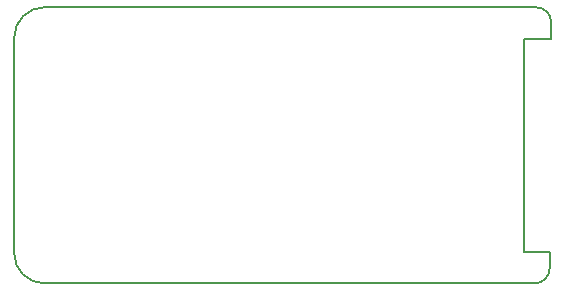
<source format=gbr>
G04 #@! TF.GenerationSoftware,KiCad,Pcbnew,(5.1.4)-1*
G04 #@! TF.CreationDate,2019-11-22T21:00:24+08:00*
G04 #@! TF.ProjectId,vllink_lite.r3,766c6c69-6e6b-45f6-9c69-74652e72332e,rev?*
G04 #@! TF.SameCoordinates,Original*
G04 #@! TF.FileFunction,Profile,NP*
%FSLAX46Y46*%
G04 Gerber Fmt 4.6, Leading zero omitted, Abs format (unit mm)*
G04 Created by KiCad (PCBNEW (5.1.4)-1) date 2019-11-22 21:00:24*
%MOMM*%
%LPD*%
G04 APERTURE LIST*
%ADD10C,0.127000*%
G04 APERTURE END LIST*
D10*
X132842000Y-99568000D02*
X91186000Y-99568000D01*
X134112000Y-102235000D02*
X134112000Y-100838000D01*
X91186000Y-99568000D02*
G75*
G03X88646000Y-102108000I0J-2540000D01*
G01*
X132715000Y-122936000D02*
G75*
G03X133985000Y-121666000I0J1270000D01*
G01*
X131826000Y-102235000D02*
X134112000Y-102235000D01*
X88646000Y-120396000D02*
G75*
G03X91186000Y-122936000I2540000J0D01*
G01*
X133985000Y-121666000D02*
X133985000Y-120269000D01*
X88646000Y-102108000D02*
X88646000Y-120396000D01*
X133985000Y-120269000D02*
X131826000Y-120269000D01*
X131826000Y-120269000D02*
X131826000Y-102235000D01*
X134112000Y-100838000D02*
G75*
G03X132842000Y-99568000I-1270000J0D01*
G01*
X91186000Y-122936000D02*
X132715000Y-122936000D01*
M02*

</source>
